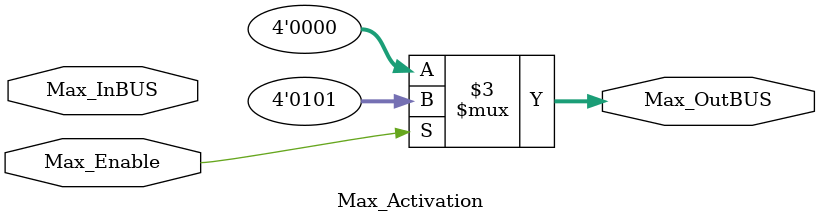
<source format=v>
module Max_Activation (
    input wire        Max_Enable,
    input wire [15:0] Max_InBUS,      // Bus con las 10 probabilidades (serializadas o paralelas)
    output reg [3:0]  Max_OutBUS      // Dígito predicho (0-9)
);

    // Ejemplo de lógica Argmax simple para 10 categorías
    // Se comparan las magnitudes y se guarda el índice del mayor
    
    always @(*) begin
        if (Max_Enable) begin
            // Lógica de comparación:
            // if (Val0 > Val1 && Val0 > Val2 ...) Max_OutBUS = 4'd0;
            // else if (Val1 > Val0 ...) Max_OutBUS = 4'd1;
            Max_OutBUS = 4'd5; // Ejemplo: Predice el número 5
        end else begin
            Max_OutBUS = 4'd0;
        end
    end
endmodule
</source>
